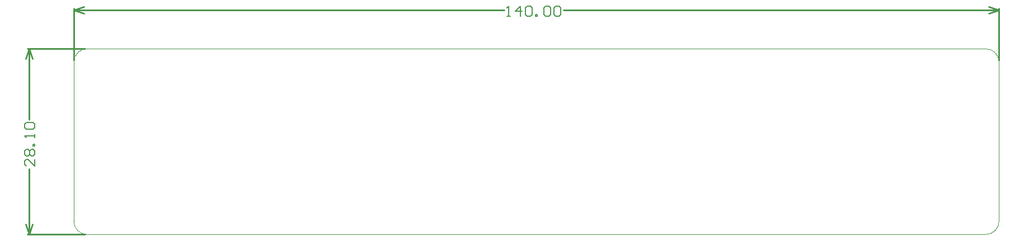
<source format=gm1>
G04*
G04 #@! TF.GenerationSoftware,Altium Limited,Altium Designer,18.1.9 (240)*
G04*
G04 Layer_Color=16711935*
%FSAX25Y25*%
%MOIN*%
G70*
G01*
G75*
%ADD14C,0.01000*%
%ADD66C,0.00050*%
%ADD67C,0.00600*%
D14*
X0117300Y0383155D02*
X0119300Y0377155D01*
X0115300D02*
X0117300Y0383155D01*
X0115300Y0278525D02*
X0117300Y0272525D01*
X0119300Y0278525D01*
X0117300Y0340836D02*
Y0383155D01*
Y0272525D02*
Y0311644D01*
X0116300Y0383155D02*
X0150874D01*
X0116300Y0272525D02*
X0150874D01*
X0144025Y0406300D02*
X0150025Y0408300D01*
X0144025Y0406300D02*
X0150025Y0404300D01*
X0689206D02*
X0695206Y0406300D01*
X0689206Y0408300D02*
X0695206Y0406300D01*
X0144025D02*
X0400421D01*
X0435610D02*
X0695206D01*
X0144025Y0376306D02*
Y0407300D01*
X0695206Y0376306D02*
Y0407300D01*
D66*
X0695206Y0375281D02*
G03*
X0687332Y0383155I-0007874J0000000D01*
G01*
X0151899D02*
G03*
X0144025Y0375281I0000000J-0007874D01*
G01*
Y0280399D02*
G03*
X0151899Y0272525I0007874J0000000D01*
G01*
X0687332D02*
G03*
X0695206Y0280399I0000000J0007874D01*
G01*
X0695206D02*
Y0375281D01*
X0151899Y0383155D02*
X0687332D01*
X0144025Y0280399D02*
Y0375281D01*
X0151899Y0272525D02*
X0687332D01*
D67*
X0120899Y0317243D02*
Y0313244D01*
X0116900Y0317243D01*
X0115901D01*
X0114901Y0316243D01*
Y0314244D01*
X0115901Y0313244D01*
Y0319242D02*
X0114901Y0320242D01*
Y0322241D01*
X0115901Y0323241D01*
X0116900D01*
X0117900Y0322241D01*
X0118900Y0323241D01*
X0119899D01*
X0120899Y0322241D01*
Y0320242D01*
X0119899Y0319242D01*
X0118900D01*
X0117900Y0320242D01*
X0116900Y0319242D01*
X0115901D01*
X0117900Y0320242D02*
Y0322241D01*
X0120899Y0325240D02*
X0119899D01*
Y0326240D01*
X0120899D01*
Y0325240D01*
Y0330239D02*
Y0332238D01*
Y0331238D01*
X0114901D01*
X0115901Y0330239D01*
Y0335237D02*
X0114901Y0336237D01*
Y0338236D01*
X0115901Y0339236D01*
X0119899D01*
X0120899Y0338236D01*
Y0336237D01*
X0119899Y0335237D01*
X0115901D01*
X0402021Y0402701D02*
X0404020D01*
X0403020D01*
Y0408699D01*
X0402021Y0407699D01*
X0410018Y0402701D02*
Y0408699D01*
X0407019Y0405700D01*
X0411018D01*
X0413017Y0407699D02*
X0414017Y0408699D01*
X0416016D01*
X0417016Y0407699D01*
Y0403701D01*
X0416016Y0402701D01*
X0414017D01*
X0413017Y0403701D01*
Y0407699D01*
X0419015Y0402701D02*
Y0403701D01*
X0420015D01*
Y0402701D01*
X0419015D01*
X0424014Y0407699D02*
X0425013Y0408699D01*
X0427013D01*
X0428012Y0407699D01*
Y0403701D01*
X0427013Y0402701D01*
X0425013D01*
X0424014Y0403701D01*
Y0407699D01*
X0430012D02*
X0431011Y0408699D01*
X0433011D01*
X0434010Y0407699D01*
Y0403701D01*
X0433011Y0402701D01*
X0431011D01*
X0430012Y0403701D01*
Y0407699D01*
M02*

</source>
